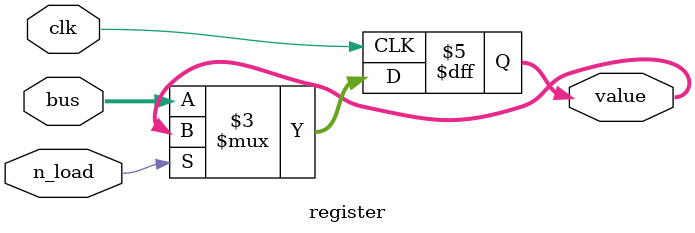
<source format=v>
module register(
  input clk, n_load,
  input [7:0] bus,
  output reg [7:0] value
);
  
  always@(posedge clk) begin
    if (!n_load) value <= bus;
  end

endmodule
</source>
